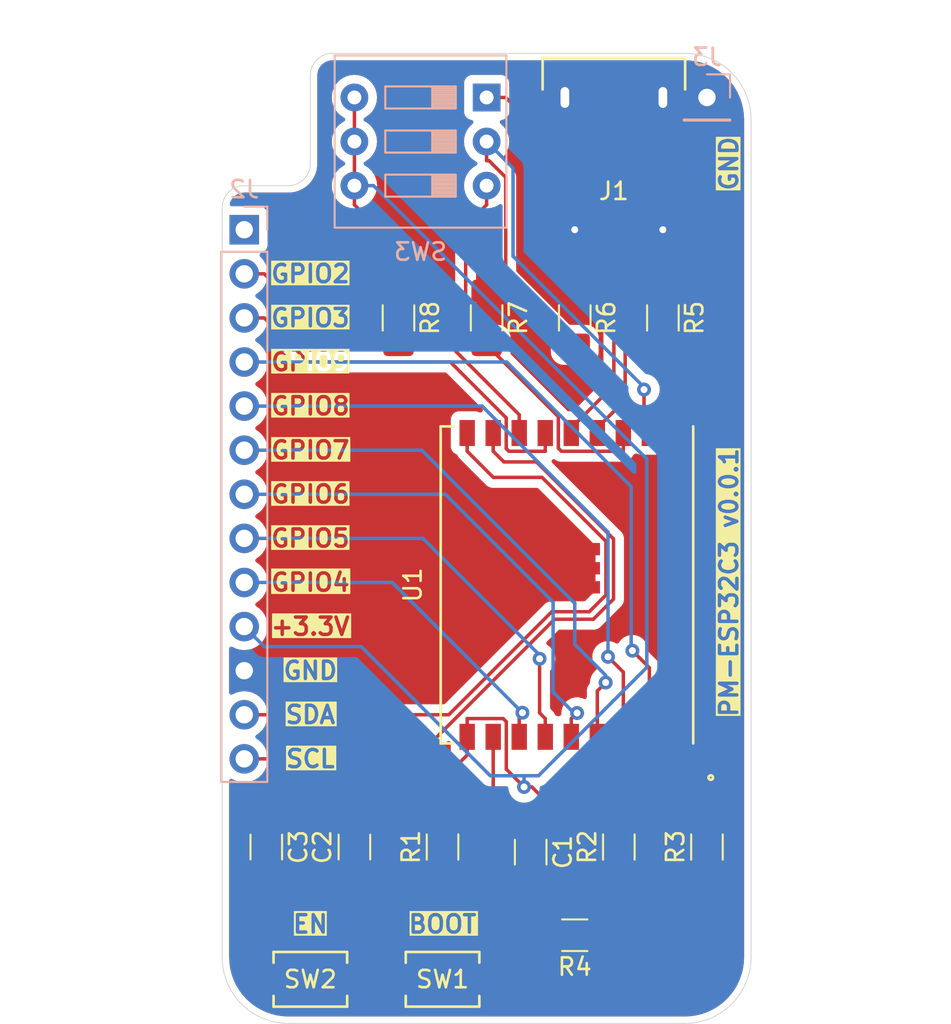
<source format=kicad_pcb>
(kicad_pcb (version 20240108) (generator "pcbnew") (generator_version "8.0")
  (title_block (title "${article} v${version}"))
  (layers (0 "F.Cu" signal) (31 "B.Cu" signal) (34 "B.Paste" user) (35 "F.Paste" user) (36 "B.SilkS" user "B.Silkscreen") (37 "F.SilkS" user "F.Silkscreen") (38 "B.Mask" user) (39 "F.Mask" user) (44 "Edge.Cuts" user))
  (property "article" "PM-ESP32C3")
  (property "version" "0.0.1")
  (net 0 "")
  (net 1 "/EN")
  (net 2 "GND")
  (net 3 "+3.3V")
  (net 6 "/GPIO8")
  (net 7 "/GPIO9")
  (net 8 "Net-(R4-Pad2)")
  (net 9 "/A1")
  (net 10 "/A2")
  (net 11 "/A3")
  (net 12 "/GPIO2")
  (net 13 "/GPIO4")
  (net 14 "/GPIO3")
  (net 15 "/SCL")
  (net 16 "/GPIO7")
  (net 17 "/GPIO5")
  (net 18 "/SDA")
  (net 19 "/GPIO6")
  (net 20 "/USB_D+")
  (net 21 "/USB_D-")
  (footprint "kicad_inventree_lib:SW_TS-1088_XNP-M" (layer "F.Cu") (at 63.5 121.92)
    (property "Reference" "SW2" (at 0 0 0) (layer "F.SilkS"))
    (property "Value" "Button")
    (fp_line (start -2.1209 -1.5748) (end -2.1209 -0.95504) (stroke (width 0.1524)) (layer "F.SilkS"))
    (fp_line (start -2.1209 0.95504) (end -2.1209 1.5748) (stroke (width 0.1524)) (layer "F.SilkS"))
    (fp_line (start -2.1209 1.5748) (end 2.1209 1.5748) (stroke (width 0.1524)) (layer "F.SilkS"))
    (fp_line (start 2.1209 -1.5748) (end -2.1209 -1.5748) (stroke (width 0.1524)) (layer "F.SilkS"))
    (fp_line (start 2.1209 -0.95504) (end 2.1209 -1.5748) (stroke (width 0.1524)) (layer "F.SilkS"))
    (fp_line (start 2.1209 1.5748) (end 2.1209 0.95504) (stroke (width 0.1524)) (layer "F.SilkS"))
    (pad "1" smd rect (at -2.286 0) (size 1.3462 1.2446) (layers "F.Cu" "F.Paste" "F.Mask") (net 2 "GND"))
    (pad "2" smd rect (at 2.286 0) (size 1.3462 1.2446) (layers "F.Cu" "F.Paste" "F.Mask") (net 1 "/EN"))
  )
  (footprint "kicad_inventree_lib:ESP32-C3-WROOM-02U_EXP" (layer "F.Cu") (at 78.29 99.2 90)
    (property "Reference" "U1" (at 0 -8.89 90) (layer "F.SilkS"))
    (property "Value" "ESP32-C3-WROOM-02U-N4")
    (fp_line (start 9.1313 -7.2771) (end 9.1313 -6.527241) (stroke (width 0.1524)) (layer "F.SilkS"))
    (fp_line (start -9.1313 -7.2771) (end 9.1313 -7.2771) (stroke (width 0.1524)) (layer "F.SilkS"))
    (fp_line (start -9.1313 -6.527238) (end -9.1313 -7.2771) (stroke (width 0.1524)) (layer "F.SilkS"))
    (fp_line (start 9.1313 7.2771) (end -9.1313 7.2771) (stroke (width 0.1524)) (layer "F.SilkS"))
    (fp_circle (center -11.1002 8.289999) (end -10.9732 8.289999) (stroke (width 0.1524)) (fill none) (layer "F.SilkS"))
    (pad "1" smd rect (at -8.75 -5.749998 90) (size 1.4986 0.889) (layers "F.Cu" "F.Paste" "F.Mask") (net 3 "+3.3V"))
    (pad "2" smd rect (at -8.75 -4.249999 90) (size 1.4986 0.889) (layers "F.Cu" "F.Paste" "F.Mask") (net 1 "/EN"))
    (pad "3" smd rect (at -8.75 -2.749999 90) (size 1.4986 0.889) (layers "F.Cu" "F.Paste" "F.Mask") (net 13 "/GPIO4"))
    (pad "4" smd rect (at -8.75 -1.25 90) (size 1.4986 0.889) (layers "F.Cu" "F.Paste" "F.Mask") (net 17 "/GPIO5"))
    (pad "5" smd rect (at -8.75 0.25 90) (size 1.4986 0.889) (layers "F.Cu" "F.Paste" "F.Mask") (net 19 "/GPIO6"))
    (pad "6" smd rect (at -8.75 1.75 90) (size 1.4986 0.889) (layers "F.Cu" "F.Paste" "F.Mask") (net 16 "/GPIO7"))
    (pad "7" smd rect (at -8.75 3.250002 90) (size 1.4986 0.889) (layers "F.Cu" "F.Paste" "F.Mask") (net 6 "/GPIO8"))
    (pad "8" smd rect (at -8.75 4.750001 90) (size 1.4986 0.889) (layers "F.Cu" "F.Paste" "F.Mask") (net 7 "/GPIO9"))
    (pad "9" smd rect (at -8.75 6.250001 90) (size 1.4986 0.889) (layers "F.Cu" "F.Paste" "F.Mask") (net 2 "GND"))
    (pad "10" smd rect (at 8.75 6.249998 90) (size 1.4986 0.889) (layers "F.Cu" "F.Paste" "F.Mask") (net 9 "/A1"))
    (pad "11" smd rect (at 8.75 4.749999 90) (size 1.4986 0.889) (layers "F.Cu" "F.Paste" "F.Mask") (net 10 "/A2"))
    (pad "12" smd rect (at 8.75 3.249999 90) (size 1.4986 0.889) (layers "F.Cu" "F.Paste" "F.Mask") (net 11 "/A3"))
    (pad "13" smd rect (at 8.75 1.75 90) (size 1.4986 0.889) (layers "F.Cu" "F.Paste" "F.Mask") (net 21 "/USB_D-"))
    (pad "14" smd rect (at 8.75 0.25 90) (size 1.4986 0.889) (layers "F.Cu" "F.Paste" "F.Mask") (net 20 "/USB_D+"))
    (pad "15" smd rect (at 8.75 -1.25 90) (size 1.4986 0.889) (layers "F.Cu" "F.Paste" "F.Mask") (net 14 "/GPIO3"))
    (pad "16" smd rect (at 8.75 -2.750002 90) (size 1.4986 0.889) (layers "F.Cu" "F.Paste" "F.Mask") (net 12 "/GPIO2"))
    (pad "17" smd rect (at 8.75 -4.250001 90) (size 1.4986 0.889) (layers "F.Cu" "F.Paste" "F.Mask") (net 15 "/SCL"))
    (pad "18" smd rect (at 8.75 -5.750001 90) (size 1.4986 0.889) (layers "F.Cu" "F.Paste" "F.Mask") (net 18 "/SDA"))
    (pad "EPAD" smd rect (at -0.14 -0.65 90) (size 0.7112 0.7112) (layers "F.Cu" "F.Paste" "F.Mask") (net 2 "GND"))
    (pad "EPAD" smd rect (at -0.14 0.45 90) (size 0.7112 0.7112) (layers "F.Cu" "F.Paste" "F.Mask") (net 2 "GND"))
    (pad "EPAD" smd rect (at -0.14 1.55 90) (size 0.7112 0.7112) (layers "F.Cu" "F.Paste" "F.Mask") (net 2 "GND"))
    (pad "EPAD" smd rect (at 0.96 -0.65 90) (size 0.7112 0.7112) (layers "F.Cu" "F.Paste" "F.Mask") (net 2 "GND"))
    (pad "EPAD" smd rect (at 0.96 0.45 90) (size 0.7112 0.7112) (layers "F.Cu" "F.Paste" "F.Mask") (net 2 "GND"))
    (pad "EPAD" smd rect (at 0.96 1.55 90) (size 0.7112 0.7112) (layers "F.Cu" "F.Paste" "F.Mask") (net 2 "GND"))
    (pad "EPAD" smd rect (at 2.06 -0.65 90) (size 0.7112 0.7112) (layers "F.Cu" "F.Paste" "F.Mask") (net 2 "GND"))
    (pad "EPAD" smd rect (at 2.06 0.45 90) (size 0.7112 0.7112) (layers "F.Cu" "F.Paste" "F.Mask") (net 2 "GND"))
    (pad "EPAD" smd rect (at 2.06 1.55 90) (size 0.7112 0.7112) (layers "F.Cu" "F.Paste" "F.Mask") (net 2 "GND"))
  )
  (footprint "kicad_inventree_lib:CONN5_H83-S1S_XKB" (layer "F.Cu") (at 82.295 73.974 180)
    (property "Reference" "J1" (at 1.299972 -2.54 180) (layer "F.SilkS"))
    (property "Value" "U254-051T-4BH83-S1S")
    (fp_line (start 5.406972 5.1308) (end 5.406972 3.317532) (stroke (width 0.1524)) (layer "F.SilkS"))
    (fp_line (start -2.807028 5.1308) (end 5.406972 5.1308) (stroke (width 0.1524)) (layer "F.SilkS"))
    (fp_line (start -2.807028 3.317532) (end -2.807028 5.1308) (stroke (width 0.1524)) (layer "F.SilkS"))
    (pad "1" smd rect (at 0 0.178892 180) (size 0.4064 1.35) (layers "F.Cu" "F.Paste" "F.Mask"))
    (pad "2" smd rect (at 0.649986 0.178892 180) (size 0.4064 1.35) (layers "F.Cu" "F.Paste" "F.Mask") (net 21 "/USB_D-"))
    (pad "3" smd rect (at 1.299972 0.178892 180) (size 0.4064 1.35) (layers "F.Cu" "F.Paste" "F.Mask") (net 20 "/USB_D+"))
    (pad "4" smd rect (at 1.949958 0.178892 180) (size 0.4064 1.35) (layers "F.Cu" "F.Paste" "F.Mask"))
    (pad "5" smd rect (at -1.800027 0.304 180) (size 2.1082 1.6002) (layers "F.Cu" "F.Paste" "F.Mask") (net 2 "GND"))
    (pad "5" thru_hole oval (at -1.525029 2.854008 270) (size 1.7 1) (drill oval 1.2 0.5) (layers "*.Cu" "*.Mask") (net 2 "GND"))
    (pad "5" smd rect (at 2.599944 0.178892 180) (size 0.4064 1.35) (layers "F.Cu" "F.Paste" "F.Mask") (net 2 "GND"))
    (pad "5" thru_hole oval (at 4.124973 2.854008 270) (size 1.7 1) (drill oval 1.2 0.5) (layers "*.Cu" "*.Mask") (net 2 "GND"))
    (pad "5" smd rect (at 4.399971 0.304 180) (size 2.1082 1.6002) (layers "F.Cu" "F.Paste" "F.Mask") (net 2 "GND"))
  )
  (footprint "Resistor_SMD:R_1206_3216Metric_Pad1.30x1.75mm_HandSolder" (layer "F.Cu") (at 73.66 83.82 -90)
    (property "Reference" "R7" (at 0 -1.82 90) (layer "F.SilkS"))
    (property "Value" "10k")
    (fp_line (start -0.727064 0.91) (end 0.727064 0.91) (stroke (width 0.12)) (layer "F.SilkS"))
    (fp_line (start -0.727064 -0.91) (end 0.727064 -0.91) (stroke (width 0.12)) (layer "F.SilkS"))
    (pad "1" smd roundrect (at -1.55 0 270) (size 1.3 1.75) (layers "F.Cu" "F.Paste" "F.Mask") (roundrect_rratio 0.192308) (net 2 "GND"))
    (pad "2" smd roundrect (at 1.55 0 270) (size 1.3 1.75) (layers "F.Cu" "F.Paste" "F.Mask") (roundrect_rratio 0.192308) (net 11 "/A3"))
  )
  (footprint "Resistor_SMD:R_1206_3216Metric_Pad1.30x1.75mm_HandSolder" (layer "F.Cu") (at 83.82 83.82 -90)
    (property "Reference" "R5" (at 0 -1.82 90) (layer "F.SilkS"))
    (property "Value" "10k")
    (fp_line (start -0.727064 0.91) (end 0.727064 0.91) (stroke (width 0.12)) (layer "F.SilkS"))
    (fp_line (start -0.727064 -0.91) (end 0.727064 -0.91) (stroke (width 0.12)) (layer "F.SilkS"))
    (pad "1" smd roundrect (at -1.55 0 270) (size 1.3 1.75) (layers "F.Cu" "F.Paste" "F.Mask") (roundrect_rratio 0.192308) (net 2 "GND"))
    (pad "2" smd roundrect (at 1.55 0 270) (size 1.3 1.75) (layers "F.Cu" "F.Paste" "F.Mask") (roundrect_rratio 0.192308) (net 9 "/A1"))
  )
  (footprint "Resistor_SMD:R_1206_3216Metric_Pad1.30x1.75mm_HandSolder" (layer "F.Cu") (at 78.74 119.38 180)
    (property "Reference" "R4" (at 0 -1.82 0) (layer "F.SilkS"))
    (property "Value" "330R")
    (fp_line (start -0.727064 0.91) (end 0.727064 0.91) (stroke (width 0.12)) (layer "F.SilkS"))
    (fp_line (start -0.727064 -0.91) (end 0.727064 -0.91) (stroke (width 0.12)) (layer "F.SilkS"))
    (pad "1" smd roundrect (at -1.55 0 180) (size 1.3 1.75) (layers "F.Cu" "F.Paste" "F.Mask") (roundrect_rratio 0.192308) (net 7 "/GPIO9"))
    (pad "2" smd roundrect (at 1.55 0 180) (size 1.3 1.75) (layers "F.Cu" "F.Paste" "F.Mask") (roundrect_rratio 0.192308) (net 8 "Net-(R4-Pad2)"))
  )
  (footprint "Capacitor_SMD:C_1206_3216Metric_Pad1.33x1.80mm_HandSolder" (layer "F.Cu") (at 60.96 114.3 -90)
    (property "Reference" "C3" (at 0 -1.85 90) (layer "F.SilkS"))
    (property "Value" "1uF")
    (fp_line (start -0.711252 0.91) (end 0.711252 0.91) (stroke (width 0.12)) (layer "F.SilkS"))
    (fp_line (start -0.711252 -0.91) (end 0.711252 -0.91) (stroke (width 0.12)) (layer "F.SilkS"))
    (pad "1" smd roundrect (at -1.5625 0 270) (size 1.325 1.8) (layers "F.Cu" "F.Paste" "F.Mask") (roundrect_rratio 0.188679) (net 3 "+3.3V"))
    (pad "2" smd roundrect (at 1.5625 0 270) (size 1.325 1.8) (layers "F.Cu" "F.Paste" "F.Mask") (roundrect_rratio 0.188679) (net 2 "GND"))
  )
  (footprint "Capacitor_SMD:C_1206_3216Metric_Pad1.33x1.80mm_HandSolder" (layer "F.Cu") (at 76.2 114.5925 -90)
    (property "Reference" "C1" (at 0 -1.85 90) (layer "F.SilkS"))
    (property "Value" "1uF")
    (fp_line (start -0.711252 0.91) (end 0.711252 0.91) (stroke (width 0.12)) (layer "F.SilkS"))
    (fp_line (start -0.711252 -0.91) (end 0.711252 -0.91) (stroke (width 0.12)) (layer "F.SilkS"))
    (pad "1" smd roundrect (at -1.5625 0 270) (size 1.325 1.8) (layers "F.Cu" "F.Paste" "F.Mask") (roundrect_rratio 0.188679) (net 1 "/EN"))
    (pad "2" smd roundrect (at 1.5625 0 270) (size 1.325 1.8) (layers "F.Cu" "F.Paste" "F.Mask") (roundrect_rratio 0.188679) (net 2 "GND"))
  )
  (footprint "Resistor_SMD:R_1206_3216Metric_Pad1.30x1.75mm_HandSolder" (layer "F.Cu") (at 81.28 114.3 90)
    (property "Reference" "R2" (at 0 -1.82 90) (layer "F.SilkS"))
    (property "Value" "10k")
    (fp_line (start -0.727064 -0.91) (end 0.727064 -0.91) (stroke (width 0.12)) (layer "F.SilkS"))
    (fp_line (start -0.727064 0.91) (end 0.727064 0.91) (stroke (width 0.12)) (layer "F.SilkS"))
    (pad "1" smd roundrect (at -1.55 0 90) (size 1.3 1.75) (layers "F.Cu" "F.Paste" "F.Mask") (roundrect_rratio 0.192308) (net 3 "+3.3V"))
    (pad "2" smd roundrect (at 1.55 0 90) (size 1.3 1.75) (layers "F.Cu" "F.Paste" "F.Mask") (roundrect_rratio 0.192308) (net 6 "/GPIO8"))
  )
  (footprint "Resistor_SMD:R_1206_3216Metric_Pad1.30x1.75mm_HandSolder" (layer "F.Cu") (at 86.36 114.3 90)
    (property "Reference" "R3" (at 0 -1.82 90) (layer "F.SilkS"))
    (property "Value" "10k")
    (fp_line (start -0.727064 -0.91) (end 0.727064 -0.91) (stroke (width 0.12)) (layer "F.SilkS"))
    (fp_line (start -0.727064 0.91) (end 0.727064 0.91) (stroke (width 0.12)) (layer "F.SilkS"))
    (pad "1" smd roundrect (at -1.55 0 90) (size 1.3 1.75) (layers "F.Cu" "F.Paste" "F.Mask") (roundrect_rratio 0.192308) (net 3 "+3.3V"))
    (pad "2" smd roundrect (at 1.55 0 90) (size 1.3 1.75) (layers "F.Cu" "F.Paste" "F.Mask") (roundrect_rratio 0.192308) (net 7 "/GPIO9"))
  )
  (footprint "kicad_inventree_lib:SW_TS-1088_XNP-M" (layer "F.Cu") (at 71.12 121.92)
    (property "Reference" "SW1" (at 0 0 0) (layer "F.SilkS"))
    (property "Value" "Button")
    (fp_line (start -2.1209 -1.5748) (end -2.1209 -0.95504) (stroke (width 0.1524)) (layer "F.SilkS"))
    (fp_line (start -2.1209 0.95504) (end -2.1209 1.5748) (stroke (width 0.1524)) (layer "F.SilkS"))
    (fp_line (start -2.1209 1.5748) (end 2.1209 1.5748) (stroke (width 0.1524)) (layer "F.SilkS"))
    (fp_line (start 2.1209 -1.5748) (end -2.1209 -1.5748) (stroke (width 0.1524)) (layer "F.SilkS"))
    (fp_line (start 2.1209 -0.95504) (end 2.1209 -1.5748) (stroke (width 0.1524)) (layer "F.SilkS"))
    (fp_line (start 2.1209 1.5748) (end 2.1209 0.95504) (stroke (width 0.1524)) (layer "F.SilkS"))
    (pad "1" smd rect (at -2.286 0) (size 1.3462 1.2446) (layers "F.Cu" "F.Paste" "F.Mask") (net 2 "GND"))
    (pad "2" smd rect (at 2.286 0) (size 1.3462 1.2446) (layers "F.Cu" "F.Paste" "F.Mask") (net 8 "Net-(R4-Pad2)"))
  )
  (footprint "Resistor_SMD:R_1206_3216Metric_Pad1.30x1.75mm_HandSolder" (layer "F.Cu") (at 78.74 83.82 -90)
    (property "Reference" "R6" (at 0 -1.82 90) (layer "F.SilkS"))
    (property "Value" "10k")
    (fp_line (start -0.727064 0.91) (end 0.727064 0.91) (stroke (width 0.12)) (layer "F.SilkS"))
    (fp_line (start -0.727064 -0.91) (end 0.727064 -0.91) (stroke (width 0.12)) (layer "F.SilkS"))
    (pad "1" smd roundrect (at -1.55 0 270) (size 1.3 1.75) (layers "F.Cu" "F.Paste" "F.Mask") (roundrect_rratio 0.192308) (net 2 "GND"))
    (pad "2" smd roundrect (at 1.55 0 270) (size 1.3 1.75) (layers "F.Cu" "F.Paste" "F.Mask") (roundrect_rratio 0.192308) (net 10 "/A2"))
  )
  (footprint "Resistor_SMD:R_1206_3216Metric_Pad1.30x1.75mm_HandSolder" (layer "F.Cu") (at 71.12 114.3 90)
    (property "Reference" "R1" (at 0 -1.82 90) (layer "F.SilkS"))
    (property "Value" "10k")
    (fp_line (start -0.727064 -0.91) (end 0.727064 -0.91) (stroke (width 0.12)) (layer "F.SilkS"))
    (fp_line (start -0.727064 0.91) (end 0.727064 0.91) (stroke (width 0.12)) (layer "F.SilkS"))
    (pad "1" smd roundrect (at -1.55 0 90) (size 1.3 1.75) (layers "F.Cu" "F.Paste" "F.Mask") (roundrect_rratio 0.192308) (net 3 "+3.3V"))
    (pad "2" smd roundrect (at 1.55 0 90) (size 1.3 1.75) (layers "F.Cu" "F.Paste" "F.Mask") (roundrect_rratio 0.192308) (net 1 "/EN"))
  )
  (footprint "Capacitor_SMD:C_1206_3216Metric_Pad1.33x1.80mm_HandSolder" (layer "F.Cu") (at 66.04 114.3 90)
    (property "Reference" "C2" (at 0 -1.85 90) (layer "F.SilkS"))
    (property "Value" "10uF")
    (fp_line (start -0.711252 -0.91) (end 0.711252 -0.91) (stroke (width 0.12)) (layer "F.SilkS"))
    (fp_line (start -0.711252 0.91) (end 0.711252 0.91) (stroke (width 0.12)) (layer "F.SilkS"))
    (pad "1" smd roundrect (at -1.5625 0 90) (size 1.325 1.8) (layers "F.Cu" "F.Paste" "F.Mask") (roundrect_rratio 0.188679) (net 2 "GND"))
    (pad "2" smd roundrect (at 1.5625 0 90) (size 1.325 1.8) (layers "F.Cu" "F.Paste" "F.Mask") (roundrect_rratio 0.188679) (net 3 "+3.3V"))
  )
  (footprint "Resistor_SMD:R_1206_3216Metric_Pad1.30x1.75mm_HandSolder" (layer "F.Cu") (at 68.58 83.82 -90)
    (property "Reference" "R8" (at 0 -1.82 90) (layer "F.SilkS"))
    (property "Value" "10k")
    (fp_line (start -0.727064 0.91) (end 0.727064 0.91) (stroke (width 0.12)) (layer "F.SilkS"))
    (fp_line (start -0.727064 -0.91) (end 0.727064 -0.91) (stroke (width 0.12)) (layer "F.SilkS"))
    (pad "1" smd roundrect (at -1.55 0 270) (size 1.3 1.75) (layers "F.Cu" "F.Paste" "F.Mask") (roundrect_rratio 0.192308) (net 3 "+3.3V"))
    (pad "2" smd roundrect (at 1.55 0 270) (size 1.3 1.75) (layers "F.Cu" "F.Paste" "F.Mask") (roundrect_rratio 0.192308) (net 12 "/GPIO2"))
  )
  (footprint "Connector_PinHeader_2.54mm:PinHeader_1x13_P2.54mm_Vertical" (layer "B.Cu") (at 59.69 78.74 180)
    (property "Reference" "J2" (at 0 2.33 0) (layer "B.SilkS") (effects (justify mirror)))
    (property "Value" "PinHeader_01x13_P2.54_THT_straight")
    (fp_line (start 1.33 -1.27) (end -1.33 -1.27) (stroke (width 0.12)) (layer "B.SilkS"))
    (fp_line (start 1.33 -31.81) (end 1.33 -1.27) (stroke (width 0.12)) (layer "B.SilkS"))
    (fp_line (start 1.33 -31.81) (end -1.33 -31.81) (stroke (width 0.12)) (layer "B.SilkS"))
    (fp_line (start 0 1.33) (end -1.33 1.33) (stroke (width 0.12)) (layer "B.SilkS"))
    (fp_line (start -1.33 1.33) (end -1.33 0) (stroke (width 0.12)) (layer "B.SilkS"))
    (fp_line (start -1.33 -31.81) (end -1.33 -1.27) (stroke (width 0.12)) (layer "B.SilkS"))
    (pad "1" thru_hole rect (at 0 0 180) (size 1.7 1.7) (drill 1) (layers "*.Cu" "*.Mask"))
    (pad "2" thru_hole oval (at 0 -2.54 180) (size 1.7 1.7) (drill 1) (layers "*.Cu" "*.Mask") (net 12 "/GPIO2"))
    (pad "3" thru_hole oval (at 0 -5.08 180) (size 1.7 1.7) (drill 1) (layers "*.Cu" "*.Mask") (net 14 "/GPIO3"))
    (pad "4" thru_hole oval (at 0 -7.62 180) (size 1.7 1.7) (drill 1) (layers "*.Cu" "*.Mask") (net 7 "/GPIO9"))
    (pad "5" thru_hole oval (at 0 -10.16 180) (size 1.7 1.7) (drill 1) (layers "*.Cu" "*.Mask") (net 6 "/GPIO8"))
    (pad "6" thru_hole oval (at 0 -12.7 180) (size 1.7 1.7) (drill 1) (layers "*.Cu" "*.Mask") (net 16 "/GPIO7"))
    (pad "7" thru_hole oval (at 0 -15.24 180) (size 1.7 1.7) (drill 1) (layers "*.Cu" "*.Mask") (net 19 "/GPIO6"))
    (pad "8" thru_hole oval (at 0 -17.78 180) (size 1.7 1.7) (drill 1) (layers "*.Cu" "*.Mask") (net 17 "/GPIO5"))
    (pad "9" thru_hole oval (at 0 -20.32 180) (size 1.7 1.7) (drill 1) (layers "*.Cu" "*.Mask") (net 13 "/GPIO4"))
    (pad "10" thru_hole oval (at 0 -22.86 180) (size 1.7 1.7) (drill 1) (layers "*.Cu" "*.Mask") (net 3 "+3.3V"))
    (pad "11" thru_hole oval (at 0 -25.4 180) (size 1.7 1.7) (drill 1) (layers "*.Cu" "*.Mask") (net 2 "GND"))
    (pad "12" thru_hole oval (at 0 -27.94 180) (size 1.7 1.7) (drill 1) (layers "*.Cu" "*.Mask") (net 18 "/SDA"))
    (pad "13" thru_hole oval (at 0 -30.48 180) (size 1.7 1.7) (drill 1) (layers "*.Cu" "*.Mask") (net 15 "/SCL"))
  )
  (footprint "kicad_inventree_lib:SW_DIP_SPSTx03_Slide_9.78x9.8mm_W7.62mm_P2.54mm" (layer "B.Cu") (at 73.66 71.12 180)
    (property "Reference" "SW3" (at 3.81 -8.89 0) (layer "B.SilkS") (effects (justify mirror)))
    (property "Value" "DIP_SW-3P-P2.54-THT-Top")
    (fp_line (start 8.76 2.42) (end -1.14 2.42) (stroke (width 0.12)) (layer "B.SilkS"))
    (fp_line (start 8.76 -7.5) (end 8.76 2.42) (stroke (width 0.12)) (layer "B.SilkS"))
    (fp_line (start 8.76 -7.5) (end -1.14 -7.5) (stroke (width 0.12)) (layer "B.SilkS"))
    (fp_line (start 5.84 0.635) (end 5.84 -0.635) (stroke (width 0.12)) (layer "B.SilkS"))
    (fp_line (start 5.84 -0.635) (end 1.78 -0.635) (stroke (width 0.12)) (layer "B.SilkS"))
    (fp_line (start 5.84 -1.905) (end 5.84 -3.175) (stroke (width 0.12)) (layer "B.SilkS"))
    (fp_line (start 5.84 -3.175) (end 1.78 -3.175) (stroke (width 0.12)) (layer "B.SilkS"))
    (fp_line (start 5.84 -4.445) (end 5.84 -5.715) (stroke (width 0.12)) (layer "B.SilkS"))
    (fp_line (start 5.84 -5.715) (end 1.78 -5.715) (stroke (width 0.12)) (layer "B.SilkS"))
    (fp_line (start 3.133333 0.515) (end 1.78 0.515) (stroke (width 0.12)) (layer "B.SilkS"))
    (fp_line (start 3.133333 0.395) (end 1.78 0.395) (stroke (width 0.12)) (layer "B.SilkS"))
    (fp_line (start 3.133333 0.275) (end 1.78 0.275) (stroke (width 0.12)) (layer "B.SilkS"))
    (fp_line (start 3.133333 0.155) (end 1.78 0.155) (stroke (width 0.12)) (layer "B.SilkS"))
    (fp_line (start 3.133333 0.035) (end 1.78 0.035) (stroke (width 0.12)) (layer "B.SilkS"))
    (fp_line (start 3.133333 -0.085) (end 1.78 -0.085) (stroke (width 0.12)) (layer "B.SilkS"))
    (fp_line (start 3.133333 -0.205) (end 1.78 -0.205) (stroke (width 0.12)) (layer "B.SilkS"))
    (fp_line (start 3.133333 -0.325) (end 1.78 -0.325) (stroke (width 0.12)) (layer "B.SilkS"))
    (fp_line (start 3.133333 -0.445) (end 1.78 -0.445) (stroke (width 0.12)) (layer "B.SilkS"))
    (fp_line (start 3.133333 -0.565) (end 1.78 -0.565) (stroke (width 0.12)) (layer "B.SilkS"))
    (fp_line (start 3.133333 -0.635) (end 3.133333 0.635) (stroke (width 0.12)) (layer "B.SilkS"))
    (fp_line (start 3.133333 -2.025) (end 1.78 -2.025) (stroke (width 0.12)) (layer "B.SilkS"))
    (fp_line (start 3.133333 -2.145) (end 1.78 -2.145) (stroke (width 0.12)) (layer "B.SilkS"))
    (fp_line (start 3.133333 -2.265) (end 1.78 -2.265) (stroke (width 0.12)) (layer "B.SilkS"))
    (fp_line (start 3.133333 -2.385) (end 1.78 -2.385) (stroke (width 0.12)) (layer "B.SilkS"))
    (fp_line (start 3.133333 -2.505) (end 1.78 -2.505) (stroke (width 0.12)) (layer "B.SilkS"))
    (fp_line (start 3.133333 -2.625) (end 1.78 -2.625) (stroke (width 0.12)) (layer "B.SilkS"))
    (fp_line (start 3.133333 -2.745) (end 1.78 -2.745) (stroke (width 0.12)) (layer "B.SilkS"))
    (fp_line (start 3.133333 -2.865) (end 1.78 -2.865) (stroke (width 0.12)) (layer "B.SilkS"))
    (fp_line (start 3.133333 -2.985) (end 1.78 -2.985) (stroke (width 0.12)) (layer "B.SilkS"))
    (fp_line (start 3.133333 -3.105) (end 1.78 -3.105) (stroke (width 0.12)) (layer "B.SilkS"))
    (fp_line (start 3.133333 -3.175) (end 3.133333 -1.905) (stroke (width 0.12)) (layer "B.SilkS"))
    (fp_line (start 3.133333 -4.565) (end 1.78 -4.565) (stroke (width 0.12)) (layer "B.SilkS"))
    (fp_line (start 3.133333 -4.685) (end 1.78 -4.685) (stroke (width 0.12)) (layer "B.SilkS"))
    (fp_line (start 3.133333 -4.805) (end 1.78 -4.805) (stroke (width 0.12)) (layer "B.SilkS"))
    (fp_line (start 3.133333 -4.925) (end 1.78 -4.925) (stroke (width 0.12)) (layer "B.SilkS"))
    (fp_line (start 3.133333 -5.045) (end 1.78 -5.045) (stroke (width 0.12)) (layer "B.SilkS"))
    (fp_line (start 3.133333 -5.165) (end 1.78 -5.165) (stroke (width 0.12)) (layer "B.SilkS"))
    (fp_line (start 3.133333 -5.285) (end 1.78 -5.285) (stroke (width 0.12)) (layer "B.SilkS"))
    (fp_line (start 3.133333 -5.405) (end 1.78 -5.405) (stroke (width 0.12)) (layer "B.SilkS"))
    (fp_line (start 3.133333 -5.525) (end 1.78 -5.525) (stroke (width 0.12)) (layer "B.SilkS"))
    (fp_line (start 3.133333 -5.645) (end 1.78 -5.645) (stroke (width 0.12)) (layer "B.SilkS"))
    (fp_line (start 3.133333 -5.715) (end 3.133333 -4.445) (stroke (width 0.12)) (layer "B.SilkS"))
    (fp_line (start 1.78 0.635) (end 5.84 0.635) (stroke (width 0.12)) (layer "B.SilkS"))
    (fp_line (start 1.78 -0.635) (end 1.78 0.635) (stroke (width 0.12)) (layer "B.SilkS"))
    (fp_line (start 1.78 -1.905) (end 5.84 -1.905) (stroke (width 0.12)) (layer "B.SilkS"))
    (fp_line (start 1.78 -3.175) (end 1.78 -1.905) (stroke (width 0.12)) (layer "B.SilkS"))
    (fp_line (start 1.78 -4.445) (end 5.84 -4.445) (stroke (width 0.12)) (layer "B.SilkS"))
    (fp_line (start 1.78 -5.715) (end 1.78 -4.445) (stroke (width 0.12)) (layer "B.SilkS"))
    (fp_line (start -1.14 -7.5) (end -1.14 2.42) (stroke (width 0.12)) (layer "B.SilkS"))
    (pad "1" thru_hole rect (at 0 0 180) (size 1.6 1.6) (drill 0.8) (layers "*.Cu" "*.Mask") (net 9 "/A1"))
    (pad "2" thru_hole oval (at 0 -2.54 180) (size 1.6 1.6) (drill 0.8) (layers "*.Cu" "*.Mask") (net 10 "/A2"))
    (pad "3" thru_hole oval (at 0 -5.08 180) (size 1.6 1.6) (drill 0.8) (layers "*.Cu" "*.Mask") (net 11 "/A3"))
    (pad "4" thru_hole oval (at 7.62 -5.08 180) (size 1.6 1.6) (drill 0.8) (layers "*.Cu" "*.Mask") (net 3 "+3.3V"))
    (pad "5" thru_hole oval (at 7.62 -2.54 180) (size 1.6 1.6) (drill 0.8) (layers "*.Cu" "*.Mask") (net 3 "+3.3V"))
    (pad "6" thru_hole oval (at 7.62 0 180) (size 1.6 1.6) (drill 0.8) (layers "*.Cu" "*.Mask") (net 3 "+3.3V"))
  )
  (footprint "Connector_PinHeader_2.54mm:PinHeader_1x01_P2.54mm_Vertical" (layer "B.Cu") (at 86.36 71.12 180)
    (property "Reference" "J3" (at 0 2.33 0) (layer "B.SilkS") (effects (justify mirror)))
    (property "Value" "PinHeader_01x01_P2.54_THT_straight")
    (fp_line (start 1.33 -1.27) (end -1.33 -1.27) (stroke (width 0.12)) (layer "B.SilkS"))
    (fp_line (start 1.33 -1.33) (end 1.33 -1.27) (stroke (width 0.12)) (layer "B.SilkS"))
    (fp_line (start 1.33 -1.33) (end -1.33 -1.33) (stroke (width 0.12)) (layer "B.SilkS"))
    (fp_line (start 0 1.33) (end -1.33 1.33) (stroke (width 0.12)) (layer "B.SilkS"))
    (fp_line (start -1.33 1.33) (end -1.33 0) (stroke (width 0.12)) (layer "B.SilkS"))
    (fp_line (start -1.33 -1.33) (end -1.33 -1.27) (stroke (width 0.12)) (layer "B.SilkS"))
    (pad "1" thru_hole rect (at 0 0 180) (size 1.7 1.7) (drill 1) (layers "*.Cu" "*.Mask") (net 2 "GND"))
  )
  (gr_line (start 58.42 77.47) (end 58.42 120.65) (stroke (width 0.05)) (layer "Edge.Cuts"))
  (gr_arc (start 63.5 69.85) (mid 63.871974 68.951974) (end 64.77 68.58) (stroke (width 0.05)) (layer "Edge.Cuts"))
  (gr_line (start 88.9 120.65) (end 88.9 72.39) (stroke (width 0.05)) (layer "Edge.Cuts"))
  (gr_arc (start 85.09 68.58) (mid 87.784077 69.695923) (end 88.9 72.39) (stroke (width 0.05)) (layer "Edge.Cuts"))
  (gr_line (start 63.5 74.93) (end 63.5 69.85) (stroke (width 0.05)) (layer "Edge.Cuts"))
  (gr_line (start 62.23 124.46) (end 85.09 124.46) (stroke (width 0.05)) (layer "Edge.Cuts"))
  (gr_line (start 62.23 76.2) (end 59.69 76.2) (stroke (width 0.05)) (layer "Edge.Cuts"))
  (gr_arc (start 62.23 124.46) (mid 59.535923 123.344077) (end 58.42 120.65) (stroke (width 0.05)) (layer "Edge.Cuts"))
  (gr_arc (start 63.5 74.93) (mid 63.128026 75.828026) (end 62.23 76.2) (stroke (width 0.05)) (layer "Edge.Cuts"))
  (gr_line (start 85.09 68.58) (end 64.77 68.58) (stroke (width 0.05)) (layer "Edge.Cuts"))
  (gr_arc (start 88.9 120.65) (mid 87.784077 123.344077) (end 85.09 124.46) (stroke (width 0.05)) (layer "Edge.Cuts"))
  (gr_arc (start 58.42 77.47) (mid 58.791974 76.571974) (end 59.69 76.2) (stroke (width 0.05)) (layer "Edge.Cuts"))
  (gr_text "GPIO8" (at 63.5 88.9 0) (layer "F.SilkS" knockout) (effects (font (size 1 1) (thickness 0.2) (bold yes))))
  (gr_text "SCL" (at 63.5 109.22 0) (layer "F.SilkS" knockout) (effects (font (size 1 1) (thickness 0.2) (bold yes))))
  (gr_text "SDA" (at 63.5 106.68 0) (layer "F.SilkS" knockout) (effects (font (size 1 1) (thickness 0.2) (bold yes))))
  (gr_text "EN" (at 63.5 118.745 0) (layer "F.SilkS" knockout) (effects (font (size 1 1) (thickness 0.2) (bold yes))))
  (gr_text "GPIO7" (at 63.5 91.44 0) (layer "F.SilkS" knockout) (effects (font (size 1 1) (thickness 0.2) (bold yes))))
  (gr_text "${article} v${version}" (at 87.63 99.06 90) (layer "F.SilkS" knockout) (effects (font (size 1 1) (thickness 0.2) (bold yes))))
  (gr_text "GND" (at 63.5 104.14 0) (layer "F.SilkS" knockout) (effects (font (size 1 1) (thickness 0.2) (bold yes))))
  (gr_text "BOOT" (at 71.12 118.745 0) (layer "F.SilkS" knockout) (effects (font (size 1 1) (thickness 0.2) (bold yes))))
  (gr_text "GPIO6" (at 63.5 93.98 0) (layer "F.SilkS" knockout) (effects (font (size 1 1) (thickness 0.2) (bold yes))))
  (gr_text "GPIO2" (at 63.5 81.28 0) (layer "F.SilkS" knockout) (effects (font (size 1 1) (thickness 0.2) (bold yes))))
  (gr_text "GPIO3" (at 63.5 83.82 0) (layer "F.SilkS" knockout) (effects (font (size 1 1) (thickness 0.2) (bold yes))))
  (gr_text "GPIO9" (at 63.5 86.36 0) (layer "F.SilkS" knockout) (effects (font (size 1 1) (thickness 0.2) (bold yes))))
  (gr_text "+3.3V" (at 63.5 101.6 0) (layer "F.SilkS" knockout) (effects (font (size 1 1) (thickness 0.2) (bold yes))))
  (gr_text "GPIO5" (at 63.5 96.52 0) (layer "F.SilkS" knockout) (effects (font (size 1 1) (thickness 0.2) (bold yes))))
  (gr_text "GPIO4" (at 63.5 99.06 0) (layer "F.SilkS" knockout) (effects (font (size 1 1) (thickness 0.2) (bold yes))))
  (gr_text "GND" (at 87.63 74.93 90) (layer "F.SilkS" knockout) (effects (font (size 1 1) (thickness 0.2) (bold yes))))
  (segment (start 66.7608 121.9199) (end 66.7608 121.92) (width 0.2) (layer "F.Cu") (net 1))
  (segment (start 72.5738 112.75) (end 71.12 112.75) (width 0.2) (layer "F.Cu") (net 1))
  (segment (start 74.04 112.7375) (end 74.0275 112.75) (width 0.2) (layer "F.Cu") (net 1))
  (segment (start 66.8632 121.9199) (end 66.7608 121.9199) (width 0.2) (layer "F.Cu") (net 1))
  (segment (start 72.5738 112.75) (end 72.5738 116.2093) (width 0.2) (layer "F.Cu") (net 1))
  (segment (start 74.04 112.7375) (end 76.2 112.7375) (width 0.2) (layer "F.Cu") (net 1))
  (segment (start 74.04 109.001) (end 74.04 112.7375) (width 0.2) (layer "F.Cu") (net 1))
  (segment (start 74.04 107.95) (end 74.04 109.001) (width 0.2) (layer "F.Cu") (net 1))
  (segment (start 74.0275 112.75) (end 72.5738 112.75) (width 0.2) (layer "F.Cu") (net 1))
  (segment (start 65.786 121.92) (end 66.7608 121.92) (width 0.2) (layer "F.Cu") (net 1))
  (segment (start 72.5738 116.2093) (end 66.8632 121.9199) (width 0.2) (layer "F.Cu") (net 1))
  (segment (start 72.84 104.14) (end 77.64 99.34) (width 0.2) (layer "F.Cu") (net 2))
  (segment (start 59.69 104.14) (end 72.84 104.14) (width 0.2) (layer "F.Cu") (net 2))
  (via (at 78.74 78.74) (size 0.8) (drill 0.4) (layers "F.Cu" "B.Cu") (net 2))
  (via (at 83.82 78.74) (size 0.8) (drill 0.4) (layers "F.Cu" "B.Cu") (net 2))
  (segment (start 71.12 115.85) (end 68.8035 113.5335) (width 0.2) (layer "F.Cu") (net 3))
  (segment (start 66.04 71.12) (end 66.04 73.66) (width 0.2) (layer "F.Cu") (net 3))
  (segment (start 74.7938 109.8159) (end 74.7938 107.0803) (width 0.2) (layer "F.Cu") (net 3))
  (segment (start 72.54 107.95) (end 72.54 106.899) (width 0.2) (layer "F.Cu") (net 3))
  (segment (start 66.04 76.2) (end 66.04 73.66) (width 0.2) (layer "F.Cu") (net 3))
  (segment (start 72.54 107.95) (end 72.54 109.001) (width 0.2) (layer "F.Cu") (net 3))
  (segment (start 66.04 77.3017) (end 68.58 79.8417) (width 0.2) (layer "F.Cu") (net 3))
  (segment (start 68.8035 113.5335) (end 68.8035 112.7375) (width 0.2) (layer "F.Cu") (net 3))
  (segment (start 68.58 79.8417) (end 68.58 82.27) (width 0.2) (layer "F.Cu") (net 3))
  (segment (start 75.8175 110.8396) (end 74.7938 109.8159) (width 0.2) (layer "F.Cu") (net 3))
  (segment (start 81.28 115.85) (end 86.36 115.85) (width 0.2) (layer "F.Cu") (net 3))
  (segment (start 81.28 115.85) (end 76.2696 110.8396) (width 0.2) (layer "F.Cu") (net 3))
  (segment (start 74.6125 106.899) (end 72.54 106.899) (width 0.2) (layer "F.Cu") (net 3))
  (segment (start 74.7938 107.0803) (end 74.6125 106.899) (width 0.2) (layer "F.Cu") (net 3))
  (segment (start 66.04 76.2) (end 66.04 77.3017) (width 0.2) (layer "F.Cu") (net 3))
  (segment (start 76.2696 110.8396) (end 75.8175 110.8396) (width 0.2) (layer "F.Cu") (net 3))
  (segment (start 68.8035 112.7375) (end 72.54 109.001) (width 0.2) (layer "F.Cu") (net 3))
  (segment (start 60.96 112.7375) (end 66.04 112.7375) (width 0.2) (layer "F.Cu") (net 3))
  (segment (start 66.04 112.7375) (end 68.8035 112.7375) (width 0.2) (layer "F.Cu") (net 3))
  (via (at 75.8175 110.8396) (size 0.8) (drill 0.4) (layers "F.Cu" "B.Cu") (net 3))
  (segment (start 75.8175 110.8396) (end 75.8175 110.194) (width 0.2) (layer "B.Cu") (net 3))
  (segment (start 73.8739 110.194) (end 75.8175 110.194) (width 0.2) (layer "B.Cu") (net 3))
  (segment (start 82.8934 91.9517) (end 67.1417 76.2) (width 0.2) (layer "B.Cu") (net 3))
  (segment (start 82.8934 103.95) (end 82.8934 91.9517) (width 0.2) (layer "B.Cu") (net 3))
  (segment (start 72.9305 109.251) (end 73.8739 110.194) (width 0.2) (layer "B.Cu") (net 3))
  (segment (start 59.69 101.6) (end 60.842 102.752) (width 0.2) (layer "B.Cu") (net 3))
  (segment (start 60.842 102.752) (end 66.4316 102.752) (width 0.2) (layer "B.Cu") (net 3))
  (segment (start 75.8175 110.194) (end 76.649 110.194) (width 0.2) (layer "B.Cu") (net 3))
  (segment (start 66.4316 102.752) (end 72.9305 109.251) (width 0.2) (layer "B.Cu") (net 3))
  (segment (start 67.1417 76.2) (end 66.04 76.2) (width 0.2) (layer "B.Cu") (net 3))
  (segment (start 76.649 110.194) (end 82.8934 103.95) (width 0.2) (layer "B.Cu") (net 3))
  (segment (start 81.28 109.261) (end 81.28 112.75) (width 0.2) (layer "F.Cu") (net 6))
  (segment (start 81.54 109.001) (end 81.28 109.261) (width 0.2) (layer "F.Cu") (net 6))
  (segment (start 81.54 107.95) (end 81.54 109.001) (width 0.2) (layer "F.Cu") (net 6))
  (segment (start 81.54 104.2269) (end 81.54 107.95) (width 0.2) (layer "F.Cu") (net 6))
  (segment (start 80.6559 103.3428) (end 81.54 104.2269) (width 0.2) (layer "F.Cu") (net 6))
  (via (at 80.6559 103.3428) (size 0.8) (drill 0.4) (layers "F.Cu" "B.Cu") (net 6))
  (segment (start 73.4 88.9) (end 80.6559 96.1559) (width 0.2) (layer "B.Cu") (net 6))
  (segment (start 59.69 88.9) (end 73.4 88.9) (width 0.2) (layer "B.Cu") (net 6))
  (segment (start 80.6559 96.1559) (end 80.6559 103.3428) (width 0.2) (layer "B.Cu") (net 6))
  (segment (start 82.0617 102.9889) (end 83.04 103.9672) (width 0.2) (layer "F.Cu") (net 7))
  (segment (start 86.3628 117.657) (end 82.013 117.657) (width 0.2) (layer "F.Cu") (net 7))
  (segment (start 87.556 113.946) (end 87.556 116.4638) (width 0.2) (layer "F.Cu") (net 7))
  (segment (start 83.04 103.9672) (end 83.04 107.95) (width 0.2) (layer "F.Cu") (net 7))
  (segment (start 82.013 117.657) (end 80.29 119.38) (width 0.2) (layer "F.Cu") (net 7))
  (segment (start 83.04 107.95) (end 83.04 109.43) (width 0.2) (layer "F.Cu") (net 7))
  (segment (start 83.04 109.43) (end 86.36 112.75) (width 0.2) (layer "F.Cu") (net 7))
  (segment (start 86.36 112.75) (end 87.556 113.946) (width 0.2) (layer "F.Cu") (net 7))
  (segment (start 87.556 116.4638) (end 86.3628 117.657) (width 0.2) (layer "F.Cu") (net 7))
  (via (at 82.0617 102.9889) (size 0.8) (drill 0.4) (layers "F.Cu" "B.Cu") (net 7))
  (segment (start 81.9917 93.5325) (end 81.9917 101.85) (width 0.2) (layer "B.Cu") (net 7))
  (segment (start 81.9917 102.9189) (end 82.0617 102.9889) (width 0.2) (layer "B.Cu") (net 7))
  (segment (start 81.9917 101.85) (end 81.9917 102.9189) (width 0.2) (layer "B.Cu") (net 7))
  (segment (start 59.69 86.36) (end 74.8192 86.36) (width 0.2) (layer "B.Cu") (net 7))
  (segment (start 74.8192 86.36) (end 81.9917 93.5325) (width 0.2) (layer "B.Cu") (net 7))
  (segment (start 75.022 119.38) (end 73.406 120.996) (width 0.2) (layer "F.Cu") (net 8))
  (segment (start 73.406 121.92) (end 73.406 120.996) (width 0.2) (layer "F.Cu") (net 8))
  (segment (start 77.19 119.38) (end 75.022 119.38) (width 0.2) (layer "F.Cu") (net 8))
  (segment (start 84.54 90.45) (end 84.54 89.399) (width 0.2) (layer "F.Cu") (net 9))
  (segment (start 84.54 89.399) (end 83.82 88.679) (width 0.2) (layer "F.Cu") (net 9))
  (segment (start 76.1359 72.4942) (end 74.7617 71.12) (width 0.2) (layer "F.Cu") (net 9))
  (segment (start 85.4894 72.7731) (end 85.2105 72.4942) (width 0.2) (layer "F.Cu") (net 9))
  (segment (start 85.2105 72.4942) (end 76.1359 72.4942) (width 0.2) (layer "F.Cu") (net 9))
  (segment (start 83.82 85.37) (end 85.4894 83.7006) (width 0.2) (layer "F.Cu") (net 9))
  (segment (start 73.66 71.12) (end 74.7617 71.12) (width 0.2) (layer "F.Cu") (net 9))
  (segment (start 83.82 88.679) (end 83.82 85.37) (width 0.2) (layer "F.Cu") (net 9))
  (segment (start 85.4894 83.7006) (end 85.4894 72.7731) (width 0.2) (layer "F.Cu") (net 9))
  (segment (start 82.7325 87.9467) (end 82.7325 89.0915) (width 0.2) (layer "F.Cu") (net 10))
  (segment (start 73.66 74.7617) (end 73.7978 74.7617) (width 0.2) (layer "F.Cu") (net 10))
  (segment (start 74.7617 81.3917) (end 78.74 85.37) (width 0.2) (layer "F.Cu") (net 10))
  (segment (start 83.04 90.45) (end 83.04 89.399) (width 0.2) (layer "F.Cu") (net 10))
  (segment (start 82.7325 89.0915) (end 83.04 89.399) (width 0.2) (layer "F.Cu") (net 10))
  (segment (start 73.7978 74.7617) (end 74.7617 75.7256) (width 0.2) (layer "F.Cu") (net 10))
  (segment (start 73.66 73.66) (end 73.66 74.7617) (width 0.2) (layer "F.Cu") (net 10))
  (segment (start 74.7617 75.7256) (end 74.7617 81.3917) (width 0.2) (layer "F.Cu") (net 10))
  (via (at 82.7325 87.9467) (size 0.8) (drill 0.4) (layers "F.Cu" "B.Cu") (net 10))
  (segment (start 82.5835 87.7118) (end 82.5835 87.665) (width 0.2) (layer "B.Cu") (net 10))
  (segment (start 75.184 75.184) (end 73.66 73.66) (width 0.2) (layer "B.Cu") (net 10))
  (segment (start 75.184 80.2655) (end 75.184 75.184) (width 0.2) (layer "B.Cu") (net 10))
  (segment (start 82.7325 87.8608) (end 82.5835 87.7118) (width 0.2) (layer "B.Cu") (net 10))
  (segment (start 82.7325 87.8608) (end 82.7325 87.9467) (width 0.2) (layer "B.Cu") (net 10))
  (segment (start 82.5835 87.665) (end 75.184 80.2655) (width 0.2) (layer "B.Cu") (net 10))
  (segment (start 73.66 76.2) (end 73.66 77.3017) (width 0.2) (layer "F.Cu") (net 11))
  (segment (start 77.7938 91.3243) (end 77.7938 89.5038) (width 0.2) (layer "F.Cu") (net 11))
  (segment (start 81.54 91.501) (end 77.9705 91.501) (width 0.2) (layer "F.Cu") (net 11))
  (segment (start 72.4513 84.1613) (end 73.66 85.37) (width 0.2) (layer "F.Cu") (net 11))
  (segment (start 77.9705 91.501) (end 77.7938 91.3243) (width 0.2) (layer "F.Cu") (net 11))
  (segment (start 81.54 90.45) (end 81.54 91.501) (width 0.2) (layer "F.Cu") (net 11))
  (segment (start 77.7938 89.5038) (end 73.66 85.37) (width 0.2) (layer "F.Cu") (net 11))
  (segment (start 72.4513 78.5104) (end 72.4513 84.1613) (width 0.2) (layer "F.Cu") (net 11))
  (segment (start 73.66 77.3017) (end 72.4513 78.5104) (width 0.2) (layer "F.Cu") (net 11))
  (segment (start 68.58 85.37) (end 71.511 85.37) (width 0.2) (layer "F.Cu") (net 12))
  (segment (start 59.69 81.28) (end 60.8417 81.28) (width 0.2) (layer "F.Cu") (net 12))
  (segment (start 68.58 85.37) (end 64.9317 85.37) (width 0.2) (layer "F.Cu") (net 12))
  (segment (start 75.54 90.45) (end 75.54 89.399) (width 0.2) (layer "F.Cu") (net 12))
  (segment (start 64.9317 85.37) (end 60.8417 81.28) (width 0.2) (layer "F.Cu") (net 12))
  (segment (start 71.511 85.37) (end 75.54 89.399) (width 0.2) (layer "F.Cu") (net 12))
  (segment (start 75.54 106.7498) (end 75.54 107.95) (width 0.2) (layer "F.Cu") (net 13))
  (segment (start 75.7252 106.5646) (end 75.54 106.7498) (width 0.2) (layer "F.Cu") (net 13))
  (via (at 75.7252 106.5646) (size 0.8) (drill 0.4) (layers "F.Cu" "B.Cu") (net 13))
  (segment (start 59.69 99.06) (end 68.2206 99.06) (width 0.2) (layer "B.Cu") (net 13))
  (segment (start 68.2206 99.06) (end 75.7252 106.5646) (width 0.2) (layer "B.Cu") (net 13))
  (segment (start 71.5705 86.36) (end 74.79 89.5795) (width 0.2) (layer "F.Cu") (net 14))
  (segment (start 74.9461 91.501) (end 77.04 91.501) (width 0.2) (layer "F.Cu") (net 14))
  (segment (start 59.69 83.82) (end 60.8417 83.82) (width 0.2) (layer "F.Cu") (net 14))
  (segment (start 74.79 91.3449) (end 74.9461 91.501) (width 0.2) (layer "F.Cu") (net 14))
  (segment (start 63.3817 86.36) (end 71.5705 86.36) (width 0.2) (layer "F.Cu") (net 14))
  (segment (start 77.04 90.45) (end 77.04 91.501) (width 0.2) (layer "F.Cu") (net 14))
  (segment (start 60.8417 83.82) (end 63.3817 86.36) (width 0.2) (layer "F.Cu") (net 14))
  (segment (start 74.79 89.5795) (end 74.79 91.3449) (width 0.2) (layer "F.Cu") (net 14))
  (segment (start 59.69 109.22) (end 60.8417 109.22) (width 0.2) (layer "F.Cu") (net 15))
  (segment (start 77.5763 101.1773) (end 69.5336 109.22) (width 0.2) (layer "F.Cu") (net 15))
  (segment (start 76.5353 92.1141) (end 80.976 96.5548) (width 0.2) (layer "F.Cu") (net 15))
  (segment (start 80.976 96.5548) (end 80.976 100.0144) (width 0.2) (layer "F.Cu") (net 15))
  (segment (start 79.8131 101.1773) (end 77.5763 101.1773) (width 0.2) (layer "F.Cu") (net 15))
  (segment (start 80.976 100.0144) (end 79.8131 101.1773) (width 0.2) (layer "F.Cu") (net 15))
  (segment (start 74.04 91.501) (end 74.6531 92.1141) (width 0.2) (layer "F.Cu") (net 15))
  (segment (start 74.6531 92.1141) (end 76.5353 92.1141) (width 0.2) (layer "F.Cu") (net 15))
  (segment (start 69.5336 109.22) (end 60.8417 109.22) (width 0.2) (layer "F.Cu") (net 15))
  (segment (start 74.04 90.45) (end 74.04 91.501) (width 0.2) (layer "F.Cu") (net 15))
  (segment (start 80.5231 104.8241) (end 80.04 105.3072) (width 0.2) (layer "F.Cu") (net 16))
  (segment (start 80.04 105.3072) (end 80.04 107.95) (width 0.2) (layer "F.Cu") (net 16))
  (via (at 80.5231 104.8241) (size 0.8) (drill 0.4) (layers "F.Cu" "B.Cu") (net 16))
  (segment (start 78.6641 100.181) (end 78.7391 100.256) (width 0.2) (layer "B.Cu") (net 16))
  (segment (start 78.6641 100.181) (end 78.74 100.2569) (width 0.2) (layer "B.Cu") (net 16))
  (segment (start 59.69 91.44) (end 69.9233 91.44) (width 0.2) (layer "B.Cu") (net 16))
  (segment (start 80.5231 104.4092) (end 78.74 102.6261) (width 0.2) (layer "B.Cu") (net 16))
  (segment (start 80.5231 104.8241) (end 80.5231 104.4092) (width 0.2) (layer "B.Cu") (net 16))
  (segment (start 78.74 100.2569) (end 78.74 102.6261) (width 0.2) (layer "B.Cu") (net 16))
  (segment (start 69.9233 91.44) (end 78.6641 100.181) (width 0.2) (layer "B.Cu") (net 16))
  (segment (start 76.7144 103.4549) (end 76.7144 106.5734) (width 0.2) (layer "F.Cu") (net 17))
  (segment (start 76.7144 106.5734) (end 77.04 106.899) (width 0.2) (layer "F.Cu") (net 17))
  (segment (start 77.04 107.95) (end 77.04 106.899) (width 0.2) (layer "F.Cu") (net 17))
  (via (at 76.7144 103.4549) (size 0.8) (drill 0.4) (layers "F.Cu" "B.Cu") (net 17))
  (segment (start 76.7144 103.2467) (end 76.7144 103.4549) (width 0.2) (layer "B.Cu") (net 17))
  (segment (start 69.9877 96.52) (end 76.7144 103.2467) (width 0.2) (layer "B.Cu") (net 17))
  (segment (start 59.69 96.52) (end 69.9877 96.52) (width 0.2) (layer "B.Cu") (net 17))
  (segment (start 74.0451 93.0061) (end 76.8573 93.0061) (width 0.2) (layer "F.Cu") (net 18))
  (segment (start 79.5756 100.7455) (end 77.4149 100.7455) (width 0.2) (layer "F.Cu") (net 18))
  (segment (start 76.8573 93.0061) (end 80.5381 96.6869) (width 0.2) (layer "F.Cu") (net 18))
  (segment (start 77.4149 100.7455) (end 71.4804 106.68) (width 0.2) (layer "F.Cu") (net 18))
  (segment (start 80.5381 96.6869) (end 80.5381 99.783) (width 0.2) (layer "F.Cu") (net 18))
  (segment (start 72.54 91.501) (end 74.0451 93.0061) (width 0.2) (layer "F.Cu") (net 18))
  (segment (start 80.5381 99.783) (end 79.5756 100.7455) (width 0.2) (layer "F.Cu") (net 18))
  (segment (start 71.4804 106.68) (end 59.69 106.68) (width 0.2) (layer "F.Cu") (net 18))
  (segment (start 72.54 90.45) (end 72.54 91.501) (width 0.2) (layer "F.Cu") (net 18))
  (segment (start 78.54 107.95) (end 78.54 106.899) (width 0.2) (layer "F.Cu") (net 19))
  (segment (start 78.5544 106.899) (end 78.54 106.899) (width 0.2) (layer "F.Cu") (net 19))
  (segment (start 78.8742 106.5792) (end 78.5544 106.899) (width 0.2) (layer "F.Cu") (net 19))
  (via (at 78.8742 106.5792) (size 0.8) (drill 0.4) (layers "F.Cu" "B.Cu") (net 19))
  (segment (start 77.4919 105.375) (end 78.6961 106.5792) (width 0.2) (layer "B.Cu") (net 19))
  (segment (start 77.4919 104.904) (end 77.4919 105.375) (width 0.2) (layer "B.Cu") (net 19))
  (segment (start 78.6961 106.5792) (end 78.8742 106.5792) (width 0.2) (layer "B.Cu") (net 19))
  (segment (start 71.2774 93.98) (end 77.4919 100.195) (width 0.2) (layer "B.Cu") (net 19))
  (segment (start 59.69 93.98) (end 71.2774 93.98) (width 0.2) (layer "B.Cu") (net 19))
  (segment (start 77.4919 100.195) (end 77.4919 104.904) (width 0.2) (layer "B.Cu") (net 19))
  (segment (start 80.995028 73.795108) (end 80.995028 87.701172) (width 0.2) (layer "F.Cu") (net 20))
  (segment (start 80.995028 87.701172) (end 78.54 90.1562) (width 0.2) (layer "F.Cu") (net 20))
  (segment (start 78.54 90.1562) (end 78.54 90.45) (width 0.2) (layer "F.Cu") (net 20))
  (segment (start 81.953442 77.652049) (end 81.953442 77.943621) (width 0.2) (layer "F.Cu") (net 21))
  (segment (start 81.645014 73.795108) (end 81.645014 77.343621) (width 0.2) (layer "F.Cu") (net 21))
  (segment (start 81.645014 78.252049) (end 81.645014 78.543621) (width 0.2) (layer "F.Cu") (net 21))
  (segment (start 80.04 90.156199) (end 80.04 90.45) (width 0.2) (layer "F.Cu") (net 21))
  (segment (start 81.645014 78.543621) (end 81.645014 80.627685) (width 0.2) (layer "F.Cu") (net 21))
  (segment (start 81.645014 80.627685) (end 81.645014 88.551185) (width 0.2) (layer "F.Cu") (net 21))
  (segment (start 81.645014 88.551185) (end 80.04 90.156199) (width 0.2) (layer "F.Cu") (net 21))
  (arc (start 81.799228 78.097835) (mid 81.690182 78.143003) (end 81.645014 78.252049) (width 0.2) (layer "F.Cu") (net 21))
  (arc (start 81.953442 77.943621) (mid 81.908274 78.052667) (end 81.799228 78.097835) (width 0.2) (layer "F.Cu") (net 21))
  (arc (start 81.799228 77.497835) (mid 81.908274 77.543003) (end 81.953442 77.652049) (width 0.2) (layer "F.Cu") (net 21))
  (arc (start 81.645014 77.343621) (mid 81.690182 77.452667) (end 81.799228 77.497835) (width 0.2) (layer "F.Cu") (net 21))
  (zone (net 2) (net_name "GND") (layers "F&B.Cu") (connect_pads yes (clearance 0.5)) (min_thickness 0.25) (fill yes (thermal_gap 0.5) (thermal_bridge_width 0.5))
    (polygon (pts (xy 58.42 68.58) (xy 88.9 68.58) (xy 88.9 124.46) (xy 58.42 124.46)))
  )
)
</source>
